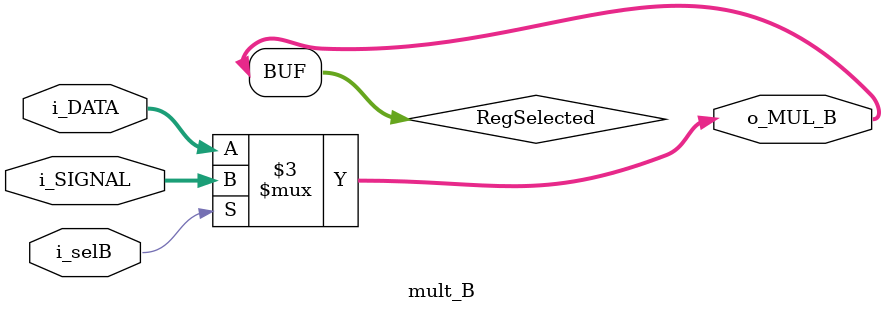
<source format=v>
`timescale 1ns / 1ps

module mult_B
#(
    parameter	N_BUS 	= 16
)
(
      //	ENTRADAS:
    input                       i_selB,
    input   signed  [N_BUS-1:0] i_DATA, i_SIGNAL,

  //	SALIDAS: 
    output  signed  [N_BUS-1:0] o_MUL_B
);

    reg     signed  [N_BUS-1:0] RegSelected;

    always @(*)
        begin
            if (i_selB) begin
                RegSelected = i_SIGNAL;
            end else begin
                RegSelected = i_DATA;
            end
        end

    assign o_MUL_B = RegSelected;   

endmodule

</source>
